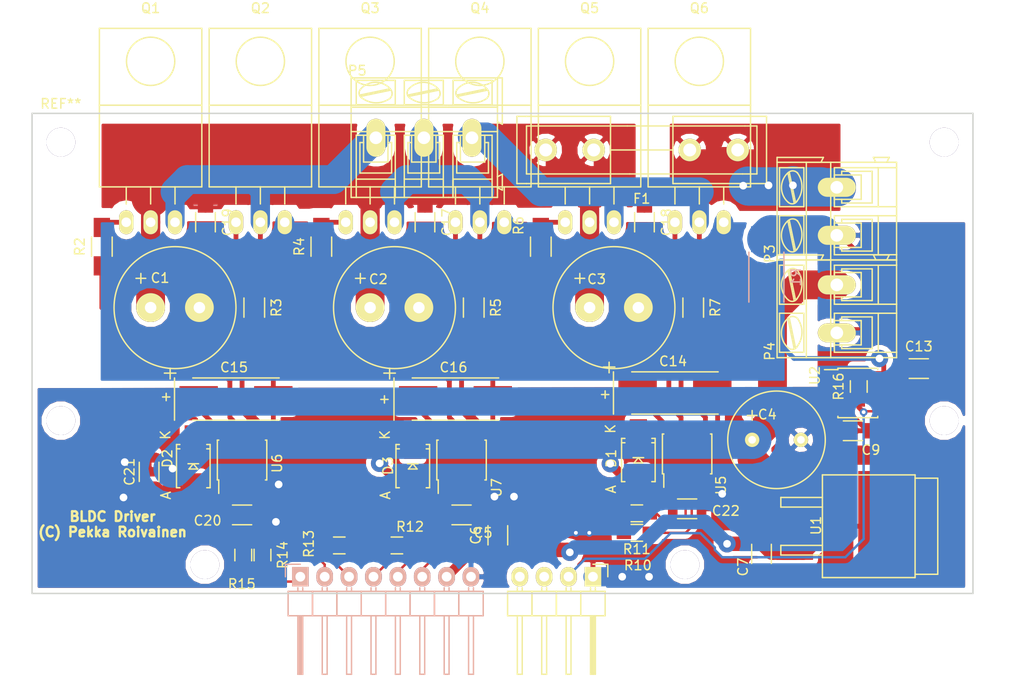
<source format=kicad_pcb>
(kicad_pcb (version 4) (host pcbnew "(2015-08-01 BZR 6032)-product")
  (layers (0 F.Cu signal) (31 B.Cu signal) (34 B.Paste user) (35 F.Paste user) (36 B.SilkS user) (37 F.SilkS user) (38 B.Mask user) (39 F.Mask user) (44 Edge.Cuts user))
  (net 0 "")
  (net 1 GND)
  (net 2 +48V)
  (net 3 +12V)
  (net 4 /MOTOR_C)
  (net 5 /MOTOR_A)
  (net 6 "Net-(C14-Pad1)")
  (net 7 /MOTOR_B)
  (net 8 "Net-(C15-Pad1)")
  (net 9 /L_C)
  (net 10 /H_C)
  (net 11 /L_B)
  (net 12 /H_B)
  (net 13 /L_A)
  (net 14 /H_A)
  (net 15 GNDPWR)
  (net 16 +5V)
  (net 17 "Net-(C16-Pad1)")
  (net 18 "Net-(Q1-Pad1)")
  (net 19 "Net-(Q2-Pad1)")
  (net 20 "Net-(Q3-Pad1)")
  (net 21 "Net-(Q4-Pad1)")
  (net 22 "Net-(Q5-Pad1)")
  (net 23 "Net-(Q6-Pad1)")
  (net 24 "Net-(R2-Pad1)")
  (net 25 "Net-(R3-Pad2)")
  (net 26 "Net-(R4-Pad1)")
  (net 27 "Net-(R5-Pad2)")
  (net 28 "Net-(R6-Pad1)")
  (net 29 "Net-(R7-Pad2)")
  (net 30 "Net-(C9-Pad1)")
  (net 31 /MEAS_BUS)
  (net 32 "Net-(P2-Pad1)")
  (net 33 "Net-(P2-Pad2)")
  (net 34 "Net-(P2-Pad3)")
  (net 35 "Net-(P2-Pad4)")
  (net 36 "Net-(P2-Pad5)")
  (net 37 "Net-(P2-Pad6)")
  (net 38 "Net-(F1-Pad1)")
  (module Mounting_Holes:MountingHole_3mm (layer F.Cu) (at 241 64)
    (fp_text reference REF** hide)
    (fp_text value MountingHole_3mm)
    (pad 1 thru_hole circle (at 0 0) (size 3 3) (drill 3) (layers))
  )
  (module Mounting_Holes:MountingHole_3mm (layer F.Cu) (at 241 93)
    (fp_text reference REF** hide)
    (fp_text value MountingHole_3mm)
    (pad 1 thru_hole circle (at 0 0) (size 3 3) (drill 3) (layers))
  )
  (module Mounting_Holes:MountingHole_3mm (layer F.Cu) (at 214 108)
    (fp_text reference REF** hide)
    (fp_text value MountingHole_3mm)
    (pad 1 thru_hole circle (at 0 0) (size 3 3) (drill 3) (layers))
  )
  (module Mounting_Holes:MountingHole_3mm (layer F.Cu) (at 164 108)
    (fp_text reference REF** hide)
    (fp_text value MountingHole_3mm)
    (pad 1 thru_hole circle (at 0 0) (size 3 3) (drill 3) (layers))
  )
  (module Mounting_Holes:MountingHole_3mm (layer F.Cu) (at 149 93)
    (fp_text reference REF** hide)
    (fp_text value MountingHole_3mm)
    (pad 1 thru_hole circle (at 0 0) (size 3 3) (drill 3) (layers))
  )
  (module Capacitors_Elko_ThroughHole:Elko_vert_25x12.5mm_RM5 (layer F.Cu) (at 158.35 81.23)
    (fp_text reference C1 (at 0.985 -3.085) (layer F.SilkS))
    (fp_text value CP)
    (fp_line (start -1.016 -3.556) (end -1.016 -2.54) (layer F.Cu) (width 0.15))
    (fp_line (start -1.524 -3.048) (end -0.508 -3.048) (layer F.Cu) (width 0.15))
    (pad 2 thru_hole circle (at 5.08 0) (size 2.99974 2.99974) (drill 1.19888) (layers *.Cu *.Mask F.SilkS) (net 15 GNDPWR))
    (pad 1 thru_hole circle (at 0 0) (size 2.99974 2.99974) (drill 1.19888) (layers *.Cu *.Mask F.SilkS) (net 2 +48V))
  )
  (module Capacitors_Elko_ThroughHole:Elko_vert_25x12.5mm_RM5 (layer F.Cu) (at 181.21 81.23)
    (fp_text reference C2 (at 0.858 -2.958) (layer F.SilkS))
    (fp_text value CP)
    (fp_line (start -1.016 -3.556) (end -1.016 -2.54) (layer F.Cu) (width 0.15))
    (fp_line (start -1.524 -3.048) (end -0.508 -3.048) (layer F.Cu) (width 0.15))
    (pad 2 thru_hole circle (at 5.08 0) (size 2.99974 2.99974) (drill 1.19888) (layers *.Cu *.Mask F.SilkS) (net 15 GNDPWR))
    (pad 1 thru_hole circle (at 0 0) (size 2.99974 2.99974) (drill 1.19888) (layers *.Cu *.Mask F.SilkS) (net 2 +48V))
  )
  (module Capacitors_Elko_ThroughHole:Elko_vert_25x12.5mm_RM5 (layer F.Cu) (at 204.07 81.23)
    (fp_text reference C3 (at 0.731 -2.958) (layer F.SilkS))
    (fp_text value CP)
    (fp_line (start -1.016 -3.556) (end -1.016 -2.54) (layer F.Cu) (width 0.15))
    (fp_line (start -1.524 -3.048) (end -0.508 -3.048) (layer F.Cu) (width 0.15))
    (pad 2 thru_hole circle (at 5.08 0) (size 2.99974 2.99974) (drill 1.19888) (layers *.Cu *.Mask F.SilkS) (net 15 GNDPWR))
    (pad 1 thru_hole circle (at 0 0) (size 2.99974 2.99974) (drill 1.19888) (layers *.Cu *.Mask F.SilkS) (net 2 +48V))
  )
  (module Capacitors_Elko_ThroughHole:Elko_vert_20x10mm_RM5 (layer F.Cu) (at 221 95)
    (fp_text reference C4 (at 1.581 -2.631) (layer F.SilkS))
    (fp_text value CP)
    (fp_line (start -0.508 -2.54) (end 0.508 -2.54) (layer F.Cu) (width 0.15))
    (fp_line (start 0 -3.048) (end 0 -2.032) (layer F.Cu) (width 0.15))
    (pad 2 thru_hole circle (at 5.08 0) (size 1.50114 1.50114) (drill 0.8001) (layers *.Cu *.Mask F.SilkS) (net 1 GND))
    (pad 1 thru_hole circle (at 0 0) (size 1.50114 1.50114) (drill 0.8001) (layers *.Cu *.Mask F.SilkS) (net 3 +12V))
  )
  (module Capacitors_SMD:C_1206 (layer F.Cu) (at 190.735 102.82)
    (fp_text reference C5 (at 2.255 1.868) (layer F.SilkS))
    (fp_text value C)
    (pad 1 smd rect (at -1.5 0) (size 1 1.6) (layers F.Cu F.Paste F.Mask) (net 3 +12V))
    (pad 2 smd rect (at 1.5 0) (size 1 1.6) (layers F.Cu F.Paste F.Mask) (net 1 GND))
  )
  (module Capacitors_SMD:C_1206 (layer F.Cu) (at 194.514 104.942 90)
    (fp_text reference C6 (at 0 -2.3 90) (layer F.SilkS))
    (fp_text value C)
    (pad 1 smd rect (at -1.5 0 90) (size 1 1.6) (layers F.Cu F.Paste F.Mask) (net 16 +5V))
    (pad 2 smd rect (at 1.5 0 90) (size 1 1.6) (layers F.Cu F.Paste F.Mask) (net 1 GND))
  )
  (module Capacitors_SMD:C_1206 (layer F.Cu) (at 221.977 106.884 270)
    (fp_text reference C7 (at 1.36 1.936 270) (layer F.SilkS))
    (fp_text value C)
    (pad 1 smd rect (at -1.5 0 270) (size 1 1.6) (layers F.Cu F.Paste F.Mask) (net 16 +5V))
    (pad 2 smd rect (at 1.5 0 270) (size 1 1.6) (layers F.Cu F.Paste F.Mask) (net 1 GND))
  )
  (module Capacitors_SMD:C_1206 (layer F.Cu) (at 231.502 94.057)
    (fp_text reference C9 (at 1.874 1.995) (layer F.SilkS))
    (fp_text value C)
    (pad 1 smd rect (at -1.5 0) (size 1 1.6) (layers F.Cu F.Paste F.Mask) (net 30 "Net-(C9-Pad1)"))
    (pad 2 smd rect (at 1.5 0) (size 1 1.6) (layers F.Cu F.Paste F.Mask) (net 1 GND))
  )
  (module Capacitors_SMD:C_1206 (layer F.Cu) (at 238.36 87.58)
    (fp_text reference C13 (at 0 -2.3) (layer F.SilkS))
    (fp_text value C)
    (pad 1 smd rect (at -1.5 0) (size 1 1.6) (layers F.Cu F.Paste F.Mask) (net 16 +5V))
    (pad 2 smd rect (at 1.5 0) (size 1 1.6) (layers F.Cu F.Paste F.Mask) (net 1 GND))
  )
  (module Capacitors_Tantalum_SMD:TantalC_SizeD_EIA-7343_HandSoldering (layer F.Cu) (at 212.96 90.12)
    (fp_text reference C14 (at -0.20066 -3.29946) (layer F.SilkS))
    (fp_text value 22u)
    (fp_text user + (at -7.27 0.09) (layer F.SilkS))
    (pad 2 smd rect (at 3.88874 0) (size 4.0005 2.70002) (layers F.Cu F.Paste F.Mask) (net 4 /MOTOR_C))
    (pad 1 smd rect (at -3.88874 0) (size 4.0005 2.70002) (layers F.Cu F.Paste F.Mask) (net 6 "Net-(C14-Pad1)"))
  )
  (module Capacitors_Tantalum_SMD:TantalC_SizeD_EIA-7343_HandSoldering (layer F.Cu) (at 167.24 90.755)
    (fp_text reference C15 (at -0.20066 -3.29946) (layer F.SilkS))
    (fp_text value 22u)
    (fp_text user + (at -7.27 -0.291) (layer F.SilkS))
    (pad 2 smd rect (at 3.88874 0) (size 4.0005 2.70002) (layers F.Cu F.Paste F.Mask) (net 5 /MOTOR_A))
    (pad 1 smd rect (at -3.88874 0) (size 4.0005 2.70002) (layers F.Cu F.Paste F.Mask) (net 8 "Net-(C15-Pad1)"))
  )
  (module Capacitors_Tantalum_SMD:TantalC_SizeD_EIA-7343_HandSoldering (layer F.Cu) (at 190.1 90.755)
    (fp_text reference C16 (at -0.20066 -3.29946) (layer F.SilkS))
    (fp_text value 22u)
    (fp_text user + (at -7.397 -0.037) (layer F.SilkS))
    (pad 2 smd rect (at 3.88874 0) (size 4.0005 2.70002) (layers F.Cu F.Paste F.Mask) (net 7 /MOTOR_B))
    (pad 1 smd rect (at -3.88874 0) (size 4.0005 2.70002) (layers F.Cu F.Paste F.Mask) (net 17 "Net-(C16-Pad1)"))
  )
  (module Diodes_SMD:SMA_Handsoldering (layer F.Cu) (at 209.15 97.105 270)
    (fp_text reference D1 (at -0.164 2.825 270) (layer F.SilkS))
    (fp_text value UF4007)
    (fp_text user K (at -3.25 2.9 270) (layer F.SilkS))
    (fp_text user A (at 3.05 2.85 270) (layer F.SilkS))
    (pad 1 smd rect (at -2.49936 0 270) (size 3.50012 1.80086) (layers F.Cu F.Paste F.Mask) (net 6 "Net-(C14-Pad1)"))
    (pad 2 smd rect (at 2.49936 0 270) (size 3.50012 1.80086) (layers F.Cu F.Paste F.Mask) (net 3 +12V))
  )
  (module Diodes_SMD:SMA_Handsoldering (layer F.Cu) (at 162.795 97.74 270)
    (fp_text reference D2 (at -0.799 2.698 270) (layer F.SilkS))
    (fp_text value UF4007)
    (fp_text user K (at -3.25 2.9 270) (layer F.SilkS))
    (fp_text user A (at 3.05 2.85 270) (layer F.SilkS))
    (pad 1 smd rect (at -2.49936 0 270) (size 3.50012 1.80086) (layers F.Cu F.Paste F.Mask) (net 8 "Net-(C15-Pad1)"))
    (pad 2 smd rect (at 2.49936 0 270) (size 3.50012 1.80086) (layers F.Cu F.Paste F.Mask) (net 3 +12V))
  )
  (module Diodes_SMD:SMA_Handsoldering (layer F.Cu) (at 185.655 97.74 270)
    (fp_text reference D3 (at -0.037 2.571 270) (layer F.SilkS))
    (fp_text value UF4007)
    (fp_text user K (at -3.25 2.9 270) (layer F.SilkS))
    (fp_text user A (at 3.05 2.85 270) (layer F.SilkS))
    (pad 1 smd rect (at -2.49936 0 270) (size 3.50012 1.80086) (layers F.Cu F.Paste F.Mask) (net 17 "Net-(C16-Pad1)"))
    (pad 2 smd rect (at 2.49936 0 270) (size 3.50012 1.80086) (layers F.Cu F.Paste F.Mask) (net 3 +12V))
  )
  (module Pin_Headers:Pin_Header_Angled_1x04 (layer F.Cu) (at 204.42 109.26 270)
    (fp_text reference P1 hide)
    (fp_text value CONN_01X04)
    (pad 1 thru_hole rect (at 0 0 270) (size 2.032 1.7272) (drill 1.016) (layers *.Cu *.Mask F.SilkS) (net 1 GND))
    (pad 2 thru_hole oval (at 0 2.54 270) (size 2.032 1.7272) (drill 1.016) (layers *.Cu *.Mask F.SilkS) (net 31 /MEAS_BUS))
    (pad 3 thru_hole oval (at 0 5.08 270) (size 2.032 1.7272) (drill 1.016) (layers *.Cu *.Mask F.SilkS))
    (pad 4 thru_hole oval (at 0 7.62 270) (size 2.032 1.7272) (drill 1.016) (layers *.Cu *.Mask F.SilkS))
  )
  (module Pin_Headers:Pin_Header_Angled_1x08 (layer B.Cu) (at 173.94 109.26 270)
    (fp_text reference P2 hide)
    (fp_text value CONN_01X08 hide)
    (pad 1 thru_hole rect (at 0 0 270) (size 2.032 1.7272) (drill 1.016) (layers *.Cu *.Mask B.SilkS) (net 32 "Net-(P2-Pad1)"))
    (pad 2 thru_hole oval (at 0 -2.54 270) (size 2.032 1.7272) (drill 1.016) (layers *.Cu *.Mask B.SilkS) (net 33 "Net-(P2-Pad2)"))
    (pad 3 thru_hole oval (at 0 -5.08 270) (size 2.032 1.7272) (drill 1.016) (layers *.Cu *.Mask B.SilkS) (net 34 "Net-(P2-Pad3)"))
    (pad 4 thru_hole oval (at 0 -7.62 270) (size 2.032 1.7272) (drill 1.016) (layers *.Cu *.Mask B.SilkS) (net 35 "Net-(P2-Pad4)"))
    (pad 5 thru_hole oval (at 0 -10.16 270) (size 2.032 1.7272) (drill 1.016) (layers *.Cu *.Mask B.SilkS) (net 36 "Net-(P2-Pad5)"))
    (pad 6 thru_hole oval (at 0 -12.7 270) (size 2.032 1.7272) (drill 1.016) (layers *.Cu *.Mask B.SilkS) (net 37 "Net-(P2-Pad6)"))
    (pad 7 thru_hole oval (at 0 -15.24 270) (size 2.032 1.7272) (drill 1.016) (layers *.Cu *.Mask B.SilkS) (net 16 +5V))
    (pad 8 thru_hole oval (at 0 -17.78 270) (size 2.032 1.7272) (drill 1.016) (layers *.Cu *.Mask B.SilkS) (net 1 GND))
  )
  (module Transistors_TO-220:TO-220_Neutral123_Horizontal (layer F.Cu) (at 158.35 72.34)
    (fp_text reference Q1 (at 0 -22.3012) (layer F.SilkS))
    (fp_text value Q_NMOS_GDS hide)
    (pad 2 thru_hole oval (at 0 0 90) (size 2.49936 1.50114) (drill 1.00076) (layers *.Cu *.Mask F.SilkS) (net 2 +48V))
    (pad 1 thru_hole oval (at -2.54 0 90) (size 2.49936 1.50114) (drill 1.00076) (layers *.Cu *.Mask F.SilkS) (net 18 "Net-(Q1-Pad1)"))
    (pad 3 thru_hole oval (at 2.54 0 90) (size 2.49936 1.50114) (drill 1.00076) (layers *.Cu *.Mask F.SilkS) (net 5 /MOTOR_A))
  )
  (module Transistors_TO-220:TO-220_Neutral123_Horizontal (layer F.Cu) (at 169.78 72.34)
    (fp_text reference Q2 (at 0 -22.3012) (layer F.SilkS))
    (fp_text value Q_NMOS_GDS hide)
    (pad 2 thru_hole oval (at 0 0 90) (size 2.49936 1.50114) (drill 1.00076) (layers *.Cu *.Mask F.SilkS) (net 5 /MOTOR_A))
    (pad 1 thru_hole oval (at -2.54 0 90) (size 2.49936 1.50114) (drill 1.00076) (layers *.Cu *.Mask F.SilkS) (net 19 "Net-(Q2-Pad1)"))
    (pad 3 thru_hole oval (at 2.54 0 90) (size 2.49936 1.50114) (drill 1.00076) (layers *.Cu *.Mask F.SilkS) (net 15 GNDPWR))
  )
  (module Transistors_TO-220:TO-220_Neutral123_Horizontal (layer F.Cu) (at 181.21 72.34)
    (fp_text reference Q3 (at 0 -22.3012) (layer F.SilkS))
    (fp_text value Q_NMOS_GDS hide)
    (pad 2 thru_hole oval (at 0 0 90) (size 2.49936 1.50114) (drill 1.00076) (layers *.Cu *.Mask F.SilkS) (net 2 +48V))
    (pad 1 thru_hole oval (at -2.54 0 90) (size 2.49936 1.50114) (drill 1.00076) (layers *.Cu *.Mask F.SilkS) (net 20 "Net-(Q3-Pad1)"))
    (pad 3 thru_hole oval (at 2.54 0 90) (size 2.49936 1.50114) (drill 1.00076) (layers *.Cu *.Mask F.SilkS) (net 7 /MOTOR_B))
  )
  (module Transistors_TO-220:TO-220_Neutral123_Horizontal (layer F.Cu) (at 192.64 72.34)
    (fp_text reference Q4 (at 0 -22.3012) (layer F.SilkS))
    (fp_text value Q_NMOS_GDS hide)
    (pad 2 thru_hole oval (at 0 0 90) (size 2.49936 1.50114) (drill 1.00076) (layers *.Cu *.Mask F.SilkS) (net 7 /MOTOR_B))
    (pad 1 thru_hole oval (at -2.54 0 90) (size 2.49936 1.50114) (drill 1.00076) (layers *.Cu *.Mask F.SilkS) (net 21 "Net-(Q4-Pad1)"))
    (pad 3 thru_hole oval (at 2.54 0 90) (size 2.49936 1.50114) (drill 1.00076) (layers *.Cu *.Mask F.SilkS) (net 15 GNDPWR))
  )
  (module Transistors_TO-220:TO-220_Neutral123_Horizontal (layer F.Cu) (at 204.07 72.34)
    (fp_text reference Q5 (at 0 -22.3012) (layer F.SilkS))
    (fp_text value Q_NMOS_GDS hide)
    (pad 2 thru_hole oval (at 0 0 90) (size 2.49936 1.50114) (drill 1.00076) (layers *.Cu *.Mask F.SilkS) (net 2 +48V))
    (pad 1 thru_hole oval (at -2.54 0 90) (size 2.49936 1.50114) (drill 1.00076) (layers *.Cu *.Mask F.SilkS) (net 22 "Net-(Q5-Pad1)"))
    (pad 3 thru_hole oval (at 2.54 0 90) (size 2.49936 1.50114) (drill 1.00076) (layers *.Cu *.Mask F.SilkS) (net 4 /MOTOR_C))
  )
  (module Transistors_TO-220:TO-220_Neutral123_Horizontal (layer F.Cu) (at 215.5 72.34)
    (fp_text reference Q6 (at 0 -22.3012) (layer F.SilkS))
    (fp_text value Q_NMOS_GDS)
    (pad 2 thru_hole oval (at 0 0 90) (size 2.49936 1.50114) (drill 1.00076) (layers *.Cu *.Mask F.SilkS) (net 4 /MOTOR_C))
    (pad 1 thru_hole oval (at -2.54 0 90) (size 2.49936 1.50114) (drill 1.00076) (layers *.Cu *.Mask F.SilkS) (net 23 "Net-(Q6-Pad1)"))
    (pad 3 thru_hole oval (at 2.54 0 90) (size 2.49936 1.50114) (drill 1.00076) (layers *.Cu *.Mask F.SilkS) (net 15 GNDPWR))
  )
  (module Resistors_SMD:R_2512_HandSoldering (layer B.Cu) (at 222.485 78.055 90)
    (fp_text reference R1 (at 0 3.1 90) (layer B.SilkS) (effects (justify mirror)))
    (fp_text value 10m)
    (pad 1 smd rect (at -3.95 0 90) (size 2.7 3.2) (layers B.Cu B.Paste B.Mask) (net 15 GNDPWR))
    (pad 2 smd rect (at 3.95 0 90) (size 2.7 3.2) (layers B.Cu B.Paste B.Mask) (net 1 GND))
  )
  (module Resistors_SMD:R_1206_HandSoldering (layer F.Cu) (at 153.27 74.88 90)
    (fp_text reference R2 (at 0 -2.3 90) (layer F.SilkS))
    (fp_text value 10)
    (pad 1 smd rect (at -2 0 90) (size 2 1.7) (layers F.Cu F.Paste F.Mask) (net 24 "Net-(R2-Pad1)"))
    (pad 2 smd rect (at 2 0 90) (size 2 1.7) (layers F.Cu F.Paste F.Mask) (net 18 "Net-(Q1-Pad1)"))
  )
  (module Resistors_SMD:R_1206_HandSoldering (layer F.Cu) (at 169.145 81.23 270)
    (fp_text reference R3 (at 0 -2.3 270) (layer F.SilkS))
    (fp_text value 10)
    (pad 1 smd rect (at -2 0 270) (size 2 1.7) (layers F.Cu F.Paste F.Mask) (net 19 "Net-(Q2-Pad1)"))
    (pad 2 smd rect (at 2 0 270) (size 2 1.7) (layers F.Cu F.Paste F.Mask) (net 25 "Net-(R3-Pad2)"))
  )
  (module Resistors_SMD:R_1206_HandSoldering (layer F.Cu) (at 176.13 74.88 90)
    (fp_text reference R4 (at 0 -2.3 90) (layer F.SilkS))
    (fp_text value 10)
    (pad 1 smd rect (at -2 0 90) (size 2 1.7) (layers F.Cu F.Paste F.Mask) (net 26 "Net-(R4-Pad1)"))
    (pad 2 smd rect (at 2 0 90) (size 2 1.7) (layers F.Cu F.Paste F.Mask) (net 20 "Net-(Q3-Pad1)"))
  )
  (module Resistors_SMD:R_1206_HandSoldering (layer F.Cu) (at 192.005 81.23 270)
    (fp_text reference R5 (at 0 -2.3 270) (layer F.SilkS))
    (fp_text value 10)
    (pad 1 smd rect (at -2 0 270) (size 2 1.7) (layers F.Cu F.Paste F.Mask) (net 21 "Net-(Q4-Pad1)"))
    (pad 2 smd rect (at 2 0 270) (size 2 1.7) (layers F.Cu F.Paste F.Mask) (net 27 "Net-(R5-Pad2)"))
  )
  (module Resistors_SMD:R_1206_HandSoldering (layer F.Cu) (at 198.99 74.88 90)
    (fp_text reference R6 (at 2.196 -2.317 90) (layer F.SilkS))
    (fp_text value 10)
    (pad 1 smd rect (at -2 0 90) (size 2 1.7) (layers F.Cu F.Paste F.Mask) (net 28 "Net-(R6-Pad1)"))
    (pad 2 smd rect (at 2 0 90) (size 2 1.7) (layers F.Cu F.Paste F.Mask) (net 22 "Net-(Q5-Pad1)"))
  )
  (module Resistors_SMD:R_1206_HandSoldering (layer F.Cu) (at 214.865 81.23 270)
    (fp_text reference R7 (at 0 -2.3 270) (layer F.SilkS))
    (fp_text value 10)
    (pad 1 smd rect (at -2 0 270) (size 2 1.7) (layers F.Cu F.Paste F.Mask) (net 23 "Net-(Q6-Pad1)"))
    (pad 2 smd rect (at 2 0 270) (size 2 1.7) (layers F.Cu F.Paste F.Mask) (net 29 "Net-(R7-Pad2)"))
  )
  (module Transistors_SMD:sot404 (layer F.Cu) (at 231 104 270)
    (fp_text reference U1 (at -0.074 3.339 270) (layer F.SilkS))
    (fp_text value 7805_NUMB)
    (pad 1 smd rect (at -2.49936 5.5499 270) (size 1.99898 3.79984) (layers F.Cu F.Paste F.Mask) (net 3 +12V))
    (pad 3 smd rect (at 2.49936 5.5499 270) (size 1.99898 3.79984) (layers F.Cu F.Paste F.Mask) (net 16 +5V))
    (pad 2 smd rect (at 0 -5.5499 270) (size 11.50112 8.99922) (layers F.Cu F.Paste F.Mask) (net 1 GND))
  )
  (module Housings_SOIC:SOIC-8_3.9x4.9mm_Pitch1.27mm (layer F.Cu) (at 232.01 90.12)
    (fp_text reference U2 (at -4.476 -1.815 90) (layer F.SilkS))
    (fp_text value INA27x)
    (pad 1 smd rect (at -2.7 -1.905) (size 1.55 0.6) (layers F.Cu F.Paste F.Mask) (net 1 GND))
    (pad 2 smd rect (at -2.7 -0.635) (size 1.55 0.6) (layers F.Cu F.Paste F.Mask) (net 1 GND))
    (pad 3 smd rect (at -2.7 0.635) (size 1.55 0.6) (layers F.Cu F.Paste F.Mask) (net 30 "Net-(C9-Pad1)"))
    (pad 4 smd rect (at -2.7 1.905) (size 1.55 0.6) (layers F.Cu F.Paste F.Mask) (net 30 "Net-(C9-Pad1)"))
    (pad 5 smd rect (at 2.7 1.905) (size 1.55 0.6) (layers F.Cu F.Paste F.Mask) (net 31 /MEAS_BUS))
    (pad 6 smd rect (at 2.7 0.635) (size 1.55 0.6) (layers F.Cu F.Paste F.Mask) (net 16 +5V))
    (pad 7 smd rect (at 2.7 -0.635) (size 1.55 0.6) (layers F.Cu F.Paste F.Mask))
    (pad 8 smd rect (at 2.7 -1.905) (size 1.55 0.6) (layers F.Cu F.Paste F.Mask) (net 15 GNDPWR))
  )
  (module Housings_SOIC:SOIC-8_3.9x4.9mm_Pitch1.27mm (layer F.Cu) (at 214.23 96.47 90)
    (fp_text reference U5 (at -3.265 3.525 90) (layer F.SilkS))
    (fp_text value IR2101)
    (pad 1 smd rect (at -2.7 -1.905 90) (size 1.55 0.6) (layers F.Cu F.Paste F.Mask) (net 3 +12V))
    (pad 2 smd rect (at -2.7 -0.635 90) (size 1.55 0.6) (layers F.Cu F.Paste F.Mask) (net 10 /H_C))
    (pad 3 smd rect (at -2.7 0.635 90) (size 1.55 0.6) (layers F.Cu F.Paste F.Mask) (net 9 /L_C))
    (pad 4 smd rect (at -2.7 1.905 90) (size 1.55 0.6) (layers F.Cu F.Paste F.Mask) (net 1 GND))
    (pad 5 smd rect (at 2.7 1.905 90) (size 1.55 0.6) (layers F.Cu F.Paste F.Mask) (net 29 "Net-(R7-Pad2)"))
    (pad 6 smd rect (at 2.7 0.635 90) (size 1.55 0.6) (layers F.Cu F.Paste F.Mask) (net 4 /MOTOR_C))
    (pad 7 smd rect (at 2.7 -0.635 90) (size 1.55 0.6) (layers F.Cu F.Paste F.Mask) (net 28 "Net-(R6-Pad1)"))
    (pad 8 smd rect (at 2.7 -1.905 90) (size 1.55 0.6) (layers F.Cu F.Paste F.Mask) (net 6 "Net-(C14-Pad1)"))
  )
  (module Housings_SOIC:SOIC-8_3.9x4.9mm_Pitch1.27mm (layer F.Cu) (at 167.875 97.105 90)
    (fp_text reference U6 (at -0.344 3.652 90) (layer F.SilkS))
    (fp_text value IR2101)
    (pad 1 smd rect (at -2.7 -1.905 90) (size 1.55 0.6) (layers F.Cu F.Paste F.Mask) (net 3 +12V))
    (pad 2 smd rect (at -2.7 -0.635 90) (size 1.55 0.6) (layers F.Cu F.Paste F.Mask) (net 14 /H_A))
    (pad 3 smd rect (at -2.7 0.635 90) (size 1.55 0.6) (layers F.Cu F.Paste F.Mask) (net 13 /L_A))
    (pad 4 smd rect (at -2.7 1.905 90) (size 1.55 0.6) (layers F.Cu F.Paste F.Mask) (net 1 GND))
    (pad 5 smd rect (at 2.7 1.905 90) (size 1.55 0.6) (layers F.Cu F.Paste F.Mask) (net 25 "Net-(R3-Pad2)"))
    (pad 6 smd rect (at 2.7 0.635 90) (size 1.55 0.6) (layers F.Cu F.Paste F.Mask) (net 5 /MOTOR_A))
    (pad 7 smd rect (at 2.7 -0.635 90) (size 1.55 0.6) (layers F.Cu F.Paste F.Mask) (net 24 "Net-(R2-Pad1)"))
    (pad 8 smd rect (at 2.7 -1.905 90) (size 1.55 0.6) (layers F.Cu F.Paste F.Mask) (net 8 "Net-(C15-Pad1)"))
  )
  (module Housings_SOIC:SOIC-8_3.9x4.9mm_Pitch1.27mm (layer F.Cu) (at 190.735 97.105 90)
    (fp_text reference U7 (at -2.884 3.652 90) (layer F.SilkS))
    (fp_text value IR2101)
    (pad 1 smd rect (at -2.7 -1.905 90) (size 1.55 0.6) (layers F.Cu F.Paste F.Mask) (net 3 +12V))
    (pad 2 smd rect (at -2.7 -0.635 90) (size 1.55 0.6) (layers F.Cu F.Paste F.Mask) (net 12 /H_B))
    (pad 3 smd rect (at -2.7 0.635 90) (size 1.55 0.6) (layers F.Cu F.Paste F.Mask) (net 11 /L_B))
    (pad 4 smd rect (at -2.7 1.905 90) (size 1.55 0.6) (layers F.Cu F.Paste F.Mask) (net 1 GND))
    (pad 5 smd rect (at 2.7 1.905 90) (size 1.55 0.6) (layers F.Cu F.Paste F.Mask) (net 27 "Net-(R5-Pad2)"))
    (pad 6 smd rect (at 2.7 0.635 90) (size 1.55 0.6) (layers F.Cu F.Paste F.Mask) (net 7 /MOTOR_B))
    (pad 7 smd rect (at 2.7 -0.635 90) (size 1.55 0.6) (layers F.Cu F.Paste F.Mask) (net 26 "Net-(R4-Pad1)"))
    (pad 8 smd rect (at 2.7 -1.905 90) (size 1.55 0.6) (layers F.Cu F.Paste F.Mask) (net 17 "Net-(C16-Pad1)"))
  )
  (module Capacitors_SMD:C_1206 (layer F.Cu) (at 186.925 72.34 270)
    (fp_text reference C17 (at 0 -2.3 270) (layer F.SilkS))
    (fp_text value C)
    (pad 1 smd rect (at -1.5 0 270) (size 1 1.6) (layers F.Cu F.Paste F.Mask) (net 2 +48V))
    (pad 2 smd rect (at 1.5 0 270) (size 1 1.6) (layers F.Cu F.Paste F.Mask) (net 15 GNDPWR))
  )
  (module Capacitors_SMD:C_1206 (layer F.Cu) (at 209.785 72.34 270)
    (fp_text reference C18 (at 0 -2.3 270) (layer F.SilkS))
    (fp_text value C)
    (pad 1 smd rect (at -1.5 0 270) (size 1 1.6) (layers F.Cu F.Paste F.Mask) (net 2 +48V))
    (pad 2 smd rect (at 1.5 0 270) (size 1 1.6) (layers F.Cu F.Paste F.Mask) (net 15 GNDPWR))
  )
  (module Capacitors_SMD:C_1206 (layer F.Cu) (at 164.065 72.34 270)
    (fp_text reference C19 (at 0 -2.3 270) (layer F.SilkS))
    (fp_text value C)
    (pad 1 smd rect (at -1.5 0 270) (size 1 1.6) (layers F.Cu F.Paste F.Mask) (net 2 +48V))
    (pad 2 smd rect (at 1.5 0 270) (size 1 1.6) (layers F.Cu F.Paste F.Mask) (net 15 GNDPWR))
  )
  (module Capacitors_SMD:C_1206 (layer F.Cu) (at 167.875 102.82)
    (fp_text reference C20 (at -3.587 0.598) (layer F.SilkS))
    (fp_text value C)
    (pad 1 smd rect (at -1.5 0) (size 1 1.6) (layers F.Cu F.Paste F.Mask) (net 3 +12V))
    (pad 2 smd rect (at 1.5 0) (size 1 1.6) (layers F.Cu F.Paste F.Mask) (net 1 GND))
  )
  (module Capacitors_SMD:C_1206 (layer F.Cu) (at 158.192 98.338 90)
    (fp_text reference C21 (at 0 -2.032 90) (layer F.SilkS))
    (fp_text value C)
    (pad 1 smd rect (at -1.5 0 90) (size 1 1.6) (layers F.Cu F.Paste F.Mask) (net 3 +12V))
    (pad 2 smd rect (at 1.5 0 90) (size 1 1.6) (layers F.Cu F.Paste F.Mask) (net 1 GND))
  )
  (module Capacitors_SMD:C_1206 (layer F.Cu) (at 214.23 102.185)
    (fp_text reference C22 (at 4.033 0.217) (layer F.SilkS))
    (fp_text value C)
    (pad 1 smd rect (at -1.5 0) (size 1 1.6) (layers F.Cu F.Paste F.Mask) (net 3 +12V))
    (pad 2 smd rect (at 1.5 0) (size 1 1.6) (layers F.Cu F.Paste F.Mask) (net 1 GND))
  )
  (module Resistors_SMD:R_0805_HandSoldering (layer F.Cu) (at 208.992 104.688 180)
    (fp_text reference R10 (at -0.103 -3.387 180) (layer F.SilkS))
    (fp_text value 150)
    (pad 1 smd rect (at -1.35 0 180) (size 1.5 1.3) (layers F.Cu F.Paste F.Mask) (net 9 /L_C))
    (pad 2 smd rect (at 1.35 0 180) (size 1.5 1.3) (layers F.Cu F.Paste F.Mask) (net 37 "Net-(P2-Pad6)"))
  )
  (module Resistors_SMD:R_0805_HandSoldering (layer F.Cu) (at 208.992 102.656 180)
    (fp_text reference R11 (at 0.008 -3.736 180) (layer F.SilkS))
    (fp_text value 150)
    (pad 1 smd rect (at -1.35 0 180) (size 1.5 1.3) (layers F.Cu F.Paste F.Mask) (net 10 /H_C))
    (pad 2 smd rect (at 1.35 0 180) (size 1.5 1.3) (layers F.Cu F.Paste F.Mask) (net 36 "Net-(P2-Pad5)"))
  )
  (module Resistors_SMD:R_0805_HandSoldering (layer F.Cu) (at 184 106 180)
    (fp_text reference R12 (at -1.37 1.947 180) (layer F.SilkS))
    (fp_text value 150)
    (pad 1 smd rect (at -1.35 0 180) (size 1.5 1.3) (layers F.Cu F.Paste F.Mask) (net 11 /L_B))
    (pad 2 smd rect (at 1.35 0 180) (size 1.5 1.3) (layers F.Cu F.Paste F.Mask) (net 35 "Net-(P2-Pad4)"))
  )
  (module Resistors_SMD:R_0805_HandSoldering (layer F.Cu) (at 178 106 180)
    (fp_text reference R13 (at 3.171 0.169 270) (layer F.SilkS))
    (fp_text value 150)
    (pad 1 smd rect (at -1.35 0 180) (size 1.5 1.3) (layers F.Cu F.Paste F.Mask) (net 12 /H_B))
    (pad 2 smd rect (at 1.35 0 180) (size 1.5 1.3) (layers F.Cu F.Paste F.Mask) (net 34 "Net-(P2-Pad3)"))
  )
  (module Resistors_SMD:R_0805_HandSoldering (layer F.Cu) (at 170 107 270)
    (fp_text reference R14 (at 0 -2.1 270) (layer F.SilkS))
    (fp_text value 150)
    (pad 1 smd rect (at -1.35 0 270) (size 1.5 1.3) (layers F.Cu F.Paste F.Mask) (net 13 /L_A))
    (pad 2 smd rect (at 1.35 0 270) (size 1.5 1.3) (layers F.Cu F.Paste F.Mask) (net 33 "Net-(P2-Pad2)"))
  )
  (module Resistors_SMD:R_0805_HandSoldering (layer F.Cu) (at 168 107 270)
    (fp_text reference R15 (at 3.022 0.156 360) (layer F.SilkS))
    (fp_text value 150)
    (pad 1 smd rect (at -1.35 0 270) (size 1.5 1.3) (layers F.Cu F.Paste F.Mask) (net 14 /H_A))
    (pad 2 smd rect (at 1.35 0 270) (size 1.5 1.3) (layers F.Cu F.Paste F.Mask) (net 32 "Net-(P2-Pad1)"))
  )
  (module Resistors_SMD:R_0805_HandSoldering (layer F.Cu) (at 232.106 89.448 90)
    (fp_text reference R16 (at 0 -2.1 90) (layer F.SilkS))
    (fp_text value NM)
    (pad 1 smd rect (at -1.35 0 90) (size 1.5 1.3) (layers F.Cu F.Paste F.Mask) (net 31 /MEAS_BUS))
    (pad 2 smd rect (at 1.35 0 90) (size 1.5 1.3) (layers F.Cu F.Paste F.Mask) (net 15 GNDPWR))
  )
  (module Fuse_Holders_and_Fuses:Fuseholder5x20_horiz_open_inline_Type-I (layer F.Cu) (at 209.5 64.81 180)
    (fp_text reference F1 (at 0 -5.08 180) (layer F.SilkS))
    (fp_text value 10A?)
    (pad 2 thru_hole circle (at 5.00126 0 180) (size 2.3495 2.3495) (drill 1.34874) (layers *.Cu *.Mask F.SilkS) (net 2 +48V))
    (pad 2 thru_hole circle (at 9.99998 0 180) (size 2.3495 2.3495) (drill 1.34874) (layers *.Cu *.Mask F.SilkS) (net 2 +48V))
    (pad 1 thru_hole circle (at -5.00126 0 180) (size 2.3495 2.3495) (drill 1.34874) (layers *.Cu *.Mask F.SilkS) (net 38 "Net-(F1-Pad1)"))
    (pad 1 thru_hole circle (at -9.99998 0 180) (size 2.3495 2.3495) (drill 1.34874) (layers *.Cu *.Mask F.SilkS) (net 38 "Net-(F1-Pad1)"))
  )
  (module Mounting_Holes:MountingHole_3mm (layer F.Cu) (at 149 64)
    (fp_text reference REF** (at 0 -4.0005) (layer F.SilkS))
    (fp_text value MountingHole_3mm)
    (pad 1 thru_hole circle (at 0 0) (size 3 3) (drill 3) (layers))
  )
  (module Connect:AK300-2 (layer F.Cu) (at 229.82 73.7 90)
    (fp_text reference P3 (at -1.92 -6.985 90) (layer F.SilkS))
    (fp_text value CONN_01X02)
    (pad 1 thru_hole oval (at 0 0 90) (size 1.9812 3.9624) (drill 1.3208) (layers *.Cu *.Mask F.SilkS) (net 1 GND))
    (pad 2 thru_hole oval (at 5 0 90) (size 1.9812 3.9624) (drill 1.3208) (layers *.Cu *.Mask F.SilkS) (net 38 "Net-(F1-Pad1)"))
  )
  (module Connect:AK300-2 (layer F.Cu) (at 229.82 83.86 90)
    (fp_text reference P4 (at -1.92 -6.985 90) (layer F.SilkS))
    (fp_text value CONN_01X02)
    (pad 1 thru_hole oval (at 0 0 90) (size 1.9812 3.9624) (drill 1.3208) (layers *.Cu *.Mask F.SilkS) (net 1 GND))
    (pad 2 thru_hole oval (at 5 0 90) (size 1.9812 3.9624) (drill 1.3208) (layers *.Cu *.Mask F.SilkS) (net 3 +12V))
  )
  (module Connect:AK300-3 (layer F.Cu) (at 181.814 63.54)
    (fp_text reference P5 (at -1.945 -6.995) (layer F.SilkS))
    (fp_text value CONN_01X03)
    (pad 1 thru_hole oval (at 0 0) (size 1.9812 3.9624) (drill 1.3208) (layers *.Cu *.Mask F.SilkS) (net 5 /MOTOR_A))
    (pad 2 thru_hole oval (at 5 0) (size 1.9812 3.9624) (drill 1.3208) (layers *.Cu *.Mask F.SilkS) (net 7 /MOTOR_B))
    (pad 3 thru_hole oval (at 10 0) (size 1.9812 3.9624) (drill 1.3208) (layers *.Cu *.Mask F.SilkS) (net 4 /MOTOR_C))
  )
  (gr_text "BLDC Driver\n(C) Pekka Roivainen" (at 154.382 103.799) (layer F.SilkS) (effects (font (size 1 1) (thickness 0.25))))
  (gr_line (start 146 111) (end 146 61) (angle 90) (layer Edge.Cuts) (width 0.15))
  (gr_line (start 244 111) (end 146 111) (angle 90) (layer Edge.Cuts) (width 0.15))
  (gr_line (start 244 61) (end 244 111) (angle 90) (layer Edge.Cuts) (width 0.15))
  (gr_line (start 146 61) (end 244 61) (angle 90) (layer Edge.Cuts) (width 0.15))
  (segment (start 228.2 83.77) (end 231.502 83.77) (width 0.5) (layer F.Cu) (net 1))
  (segment (start 231.629 83.516) (end 234.042 83.516) (width 0.5) (layer F.Cu) (net 1))
  (segment (start 231.629 83.643) (end 231.629 83.516) (width 0.5) (layer F.Cu) (net 1))
  (segment (start 231.502 83.77) (end 231.629 83.643) (width 0.5) (layer F.Cu) (net 1))
  (segment (start 228.2 73.61) (end 230.105 73.61) (width 0.5) (layer F.Cu) (net 1))
  (segment (start 230.105 73.61) (end 234.042 77.547) (width 0.5) (layer F.Cu) (net 1))
  (segment (start 234.042 77.547) (end 234.042 83.516) (width 0.5) (layer F.Cu) (net 1))
  (segment (start 204.42 109.26) (end 204.42 105.069) (width 0.25) (layer F.Cu) (net 1))
  (segment (start 202.642 104.688) (end 201.753 104.688) (width 0.25) (layer F.Cu) (net 1))
  (via (at 202.642 104.688) (size 0.8) (drill 0.4) (layers F.Cu B.Cu) (net 1))
  (segment (start 204.039 104.688) (end 202.642 104.688) (width 0.25) (layer B.Cu) (net 1))
  (via (at 204.039 104.688) (size 0.8) (drill 0.4) (layers F.Cu B.Cu) (net 1))
  (segment (start 204.42 105.069) (end 204.039 104.688) (width 0.25) (layer F.Cu) (net 1))
  (segment (start 217.755 102.021) (end 217.755 100.751) (width 0.25) (layer F.Cu) (net 1))
  (segment (start 217.591 102.185) (end 217.755 102.021) (width 0.25) (layer F.Cu) (net 1))
  (segment (start 215.73 102.185) (end 217.591 102.185) (width 0.25) (layer F.Cu) (net 1))
  (segment (start 218.136 100.37) (end 219.66 100.37) (width 0.25) (layer B.Cu) (net 1))
  (segment (start 217.882 100.624) (end 218.136 100.37) (width 0.25) (layer B.Cu) (net 1))
  (via (at 217.882 100.624) (size 1.8) (drill 0.8) (layers F.Cu B.Cu) (net 1))
  (segment (start 217.755 100.751) (end 217.882 100.624) (width 0.25) (layer F.Cu) (net 1))
  (segment (start 204.42 109.26) (end 207.468 109.26) (width 2) (layer B.Cu) (net 1))
  (via (at 207.468 109.26) (size 1.8) (drill 0.8) (layers F.Cu B.Cu) (net 1))
  (segment (start 207.468 109.26) (end 210.262 109.26) (width 2) (layer F.Cu) (net 1))
  (via (at 210.262 109.26) (size 1.8) (drill 0.8) (layers F.Cu B.Cu) (net 1))
  (segment (start 169.375 102.82) (end 170.675 102.82) (width 0.25) (layer F.Cu) (net 1))
  (segment (start 171.4 103.545) (end 172.924 103.545) (width 0.25) (layer B.Cu) (net 1))
  (via (at 171.4 103.545) (size 1.8) (drill 0.8) (layers F.Cu B.Cu) (net 1))
  (segment (start 170.675 102.82) (end 171.4 103.545) (width 0.25) (layer F.Cu) (net 1))
  (segment (start 229.31 89.485) (end 230.201 89.485) (width 0.5) (layer F.Cu) (net 1))
  (segment (start 230.709 91.764) (end 233.002 94.057) (width 0.5) (layer F.Cu) (net 1))
  (segment (start 195.585 102.82) (end 195.585 101.526) (width 1) (layer F.Cu) (net 1))
  (segment (start 193.632 101.423) (end 192.235 102.82) (width 1) (layer F.Cu) (net 1))
  (segment (start 193.656 101.423) (end 193.632 101.423) (width 1) (layer F.Cu) (net 1))
  (segment (start 194.164 100.915) (end 193.656 101.423) (width 1) (layer F.Cu) (net 1))
  (via (at 194.164 100.915) (size 1.8) (drill 0.8) (layers F.Cu B.Cu) (net 1))
  (segment (start 196.196 100.915) (end 194.164 100.915) (width 1) (layer B.Cu) (net 1))
  (via (at 196.196 100.915) (size 1.8) (drill 0.8) (layers F.Cu B.Cu) (net 1))
  (segment (start 195.585 101.526) (end 196.196 100.915) (width 1) (layer F.Cu) (net 1))
  (segment (start 158.985 96.875) (end 156.136 96.838) (width 1) (layer F.Cu) (net 1))
  (segment (start 155.525 101.005) (end 161.144 104.979) (width 1) (layer F.Cu) (net 1))
  (via (at 155.525 101.005) (size 1.8) (drill 0.8) (layers F.Cu B.Cu) (net 1))
  (segment (start 155.525 97.449) (end 155.525 101.005) (width 1) (layer B.Cu) (net 1))
  (segment (start 155.652 97.322) (end 155.525 97.449) (width 1) (layer B.Cu) (net 1))
  (via (at 155.652 97.322) (size 1.8) (drill 0.8) (layers F.Cu B.Cu) (net 1))
  (segment (start 156.136 96.838) (end 155.652 97.322) (width 1) (layer F.Cu) (net 1))
  (segment (start 169.78 99.805) (end 169.78 99.391) (width 1) (layer F.Cu) (net 1))
  (segment (start 169.78 99.391) (end 170.542 98.629) (width 1) (layer F.Cu) (net 1))
  (via (at 171.685 99.645) (size 1.8) (drill 0.8) (layers F.Cu B.Cu) (net 1))
  (segment (start 170.542 98.629) (end 171.685 99.645) (width 1) (layer F.Cu) (net 1))
  (segment (start 228.2 73.61) (end 222.98 73.61) (width 4) (layer B.Cu) (net 1))
  (segment (start 222.98 73.61) (end 222.485 74.105) (width 4) (layer B.Cu) (net 1))
  (segment (start 216.135 99.17) (end 216.135 101.78) (width 0.5) (layer F.Cu) (net 1))
  (segment (start 216.135 101.78) (end 215.73 102.185) (width 0.5) (layer F.Cu) (net 1))
  (segment (start 192.64 99.805) (end 192.64 102.415) (width 0.5) (layer F.Cu) (net 1))
  (segment (start 192.64 102.415) (end 192.235 102.82) (width 0.5) (layer F.Cu) (net 1))
  (segment (start 169.375 102.82) (end 169.375 101.955) (width 0.5) (layer F.Cu) (net 1))
  (segment (start 169.78 101.55) (end 169.78 99.805) (width 0.5) (layer F.Cu) (net 1))
  (segment (start 169.375 101.955) (end 169.78 101.55) (width 0.5) (layer F.Cu) (net 1))
  (segment (start 230.201 89.485) (end 230.492 89.485) (width 0.5) (layer F.Cu) (net 1))
  (segment (start 230.709 89.702) (end 230.709 91.764) (width 0.5) (layer F.Cu) (net 1))
  (segment (start 230.492 89.485) (end 230.709 89.702) (width 0.5) (layer F.Cu) (net 1))
  (segment (start 204.99874 65) (end 204.99874 67.60126) (width 1) (layer F.Cu) (net 2))
  (segment (start 204.99874 67.60126) (end 204.07 68.53) (width 1) (layer F.Cu) (net 2))
  (segment (start 200.00002 65) (end 200.00002 68.53) (width 1) (layer F.Cu) (net 2))
  (segment (start 199 69) (end 199 68.53) (width 1) (layer F.Cu) (net 2))
  (segment (start 199.53002 69) (end 199 69) (width 1) (layer F.Cu) (net 2))
  (segment (start 200.00002 68.53) (end 199.53002 69) (width 1) (layer F.Cu) (net 2))
  (segment (start 204.99874 67) (end 200.00002 67) (width 1) (layer F.Cu) (net 2))
  (segment (start 209.785 70.84) (end 209.785 69.785) (width 1) (layer F.Cu) (net 2))
  (segment (start 207 67) (end 204.99874 67) (width 1) (layer F.Cu) (net 2))
  (segment (start 209.785 69.785) (end 207 67) (width 1) (layer F.Cu) (net 2))
  (segment (start 186.925 70.84) (end 186.925 68.53) (width 1) (layer F.Cu) (net 2))
  (segment (start 164.065 70.84) (end 164.065 68.53) (width 1) (layer F.Cu) (net 2))
  (segment (start 164.7 69.8) (end 164.7 68.53) (width 1) (layer F.Cu) (net 2))
  (segment (start 164.7 69.165) (end 164.7 69.8) (width 1) (layer F.Cu) (net 2))
  (segment (start 164.065 68.53) (end 164.7 69.165) (width 1) (layer F.Cu) (net 2))
  (segment (start 204.07 68.53) (end 204.07 72.34) (width 2) (layer F.Cu) (net 2))
  (segment (start 181.21 68.53) (end 181.21 72.34) (width 2) (layer F.Cu) (net 2))
  (segment (start 158.35 72.34) (end 158.35 69.8) (width 2) (layer F.Cu) (net 2))
  (segment (start 158.35 69.8) (end 158.35 68.53) (width 4) (layer F.Cu) (net 2))
  (segment (start 158.35 68.53) (end 164.7 68.53) (width 4) (layer F.Cu) (net 2))
  (segment (start 164.7 68.53) (end 181.21 68.53) (width 4) (layer F.Cu) (net 2))
  (segment (start 181.21 68.53) (end 186.925 68.53) (width 4) (layer F.Cu) (net 2))
  (segment (start 186.925 68.53) (end 199 68.53) (width 4) (layer F.Cu) (net 2))
  (segment (start 199 68.53) (end 204.07 68.53) (width 4) (layer F.Cu) (net 2))
  (segment (start 204.07 72.34) (end 204.07 75.515) (width 2) (layer F.Cu) (net 2))
  (segment (start 204.07 75.515) (end 204.07 81.23) (width 3) (layer F.Cu) (net 2))
  (segment (start 181.21 72.34) (end 181.21 75.515) (width 2) (layer F.Cu) (net 2))
  (segment (start 181.21 75.515) (end 181.21 81.23) (width 3) (layer F.Cu) (net 2))
  (segment (start 158.35 81.23) (end 158.35 75.515) (width 3) (layer F.Cu) (net 2))
  (segment (start 158.35 75.515) (end 158.35 72.34) (width 2) (layer F.Cu) (net 2))
  (segment (start 223.12 92.406) (end 223.12 81.67) (width 3) (layer F.Cu) (net 3))
  (segment (start 221 95) (end 223.12 92.88) (width 3) (layer F.Cu) (net 3))
  (segment (start 223.12 92.406) (end 223.12 92.88) (width 3) (layer F.Cu) (net 3))
  (segment (start 225.93 78.86) (end 229.82 78.86) (width 3) (layer F.Cu) (net 3))
  (segment (start 223.12 81.67) (end 225.93 78.86) (width 3) (layer F.Cu) (net 3))
  (segment (start 185.655 100.23936) (end 184.98536 100.23936) (width 1) (layer F.Cu) (net 3))
  (segment (start 184.98536 100.23936) (end 182.195 97.449) (width 1) (layer F.Cu) (net 3))
  (segment (start 182.068 97.322) (end 182.068 94.985) (width 1) (layer B.Cu) (net 3))
  (segment (start 182.195 97.449) (end 182.068 97.322) (width 1) (layer B.Cu) (net 3))
  (via (at 182.195 97.449) (size 1.8) (drill 0.8) (layers F.Cu B.Cu) (net 3))
  (segment (start 182.068 94.985) (end 182.068 95.671) (width 1) (layer B.Cu) (net 3))
  (segment (start 182.068 95.671) (end 182.068 94.985) (width 1) (layer B.Cu) (net 3))
  (segment (start 206.198 94.985) (end 182.068 94.985) (width 4) (layer B.Cu) (net 3))
  (segment (start 182.068 94.985) (end 163.645 94.985) (width 4) (layer B.Cu) (net 3))
  (segment (start 163.645 94.985) (end 160.636 97.994) (width 4) (layer B.Cu) (net 3))
  (segment (start 206.229 97.486) (end 206.229 94.985) (width 1.5) (layer B.Cu) (net 3))
  (via (at 206.229 97.486) (size 1.8) (drill 0.8) (layers F.Cu B.Cu) (net 3))
  (segment (start 208.34736 99.60436) (end 206.229 97.486) (width 1) (layer F.Cu) (net 3))
  (segment (start 206.198 96.306) (end 206.198 94.985) (width 1.5) (layer B.Cu) (net 3))
  (segment (start 206.198 95.016) (end 206.198 96.306) (width 1.5) (layer B.Cu) (net 3))
  (segment (start 206.229 94.985) (end 206.198 95.016) (width 1.5) (layer B.Cu) (net 3))
  (segment (start 206.198 94.985) (end 221 94.985) (width 4) (layer B.Cu) (net 3))
  (segment (start 221 94.985) (end 221 95) (width 4) (layer B.Cu) (net 3))
  (segment (start 162.795 100.153) (end 160.636 97.994) (width 1) (layer F.Cu) (net 3))
  (via (at 160.636 97.994) (size 1.8) (drill 0.8) (layers F.Cu B.Cu) (net 3))
  (segment (start 160.636 97.994) (end 160.382 97.74) (width 1) (layer B.Cu) (net 3))
  (segment (start 162.795 100.23936) (end 162.795 100.153) (width 1) (layer F.Cu) (net 3))
  (segment (start 162.795 100.23936) (end 159.34936 100.23936) (width 1) (layer F.Cu) (net 3))
  (segment (start 159.34936 100.23936) (end 158.985 99.875) (width 1) (layer F.Cu) (net 3))
  (segment (start 185.655 100.23936) (end 184.85236 100.23936) (width 1) (layer F.Cu) (net 3))
  (segment (start 209.15 99.60436) (end 208.34736 99.60436) (width 1) (layer F.Cu) (net 3))
  (segment (start 221 95) (end 221 94.985) (width 3) (layer B.Cu) (net 3))
  (segment (start 221 95) (end 221 97.05054) (width 3) (layer F.Cu) (net 3))
  (segment (start 221 97.05054) (end 225.4501 101.50064) (width 3) (layer F.Cu) (net 3))
  (segment (start 209.82564 99.60436) (end 209.15 99.60436) (width 1) (layer F.Cu) (net 3))
  (segment (start 185.69564 100.23936) (end 185.655 100.23936) (width 1) (layer F.Cu) (net 3))
  (segment (start 162.83564 100.23936) (end 162.795 100.23936) (width 1) (layer F.Cu) (net 3))
  (segment (start 212.325 99.17) (end 212.325 101.78) (width 0.5) (layer F.Cu) (net 3))
  (segment (start 212.325 101.78) (end 212.73 102.185) (width 0.5) (layer F.Cu) (net 3))
  (segment (start 209.15 99.60436) (end 211.89064 99.60436) (width 0.5) (layer F.Cu) (net 3))
  (segment (start 211.89064 99.60436) (end 212.325 99.17) (width 0.5) (layer F.Cu) (net 3))
  (segment (start 185.655 100.23936) (end 188.39564 100.23936) (width 0.5) (layer F.Cu) (net 3))
  (segment (start 188.39564 100.23936) (end 188.83 99.805) (width 0.5) (layer F.Cu) (net 3))
  (segment (start 188.83 99.805) (end 188.83 102.415) (width 0.5) (layer F.Cu) (net 3))
  (segment (start 188.83 102.415) (end 189.235 102.82) (width 0.5) (layer F.Cu) (net 3))
  (segment (start 166.375 102.82) (end 166.375 101.955) (width 0.5) (layer F.Cu) (net 3))
  (segment (start 165.97 101.55) (end 165.97 99.805) (width 0.5) (layer F.Cu) (net 3))
  (segment (start 166.375 101.955) (end 165.97 101.55) (width 0.5) (layer F.Cu) (net 3))
  (segment (start 162.795 100.23936) (end 165.53564 100.23936) (width 0.5) (layer F.Cu) (net 3))
  (segment (start 165.53564 100.23936) (end 165.97 99.805) (width 0.5) (layer F.Cu) (net 3))
  (segment (start 206.61 72.34) (end 206.61 69.165) (width 2) (layer B.Cu) (net 4))
  (segment (start 206.61 69.165) (end 207.245 69.8) (width 1) (layer B.Cu) (net 4))
  (segment (start 207.88 69.8) (end 207.88 69.165) (width 1) (layer B.Cu) (net 4))
  (segment (start 207.245 69.8) (end 207.88 69.8) (width 1) (layer B.Cu) (net 4))
  (segment (start 215.5 72.34) (end 215.5 69.165) (width 1) (layer B.Cu) (net 4))
  (segment (start 215.5 69.165) (end 215.5 69.8) (width 1) (layer B.Cu) (net 4))
  (segment (start 191.845 63.45) (end 193.275 63.45) (width 3) (layer B.Cu) (net 4))
  (segment (start 193.275 63.45) (end 198.99 69.165) (width 3) (layer B.Cu) (net 4))
  (segment (start 198.99 69.165) (end 207.88 69.165) (width 3) (layer B.Cu) (net 4))
  (segment (start 207.88 69.165) (end 215.5 69.165) (width 3) (layer B.Cu) (net 4))
  (segment (start 215.5 69.165) (end 215.5 69.8) (width 2) (layer B.Cu) (net 4))
  (segment (start 215.5 69.8) (end 215.5 72.34) (width 2) (layer B.Cu) (net 4))
  (segment (start 216.84874 90.12) (end 216.84874 90.83374) (width 0.5) (layer F.Cu) (net 4))
  (segment (start 216.84874 90.83374) (end 217.405 91.39) (width 0.5) (layer F.Cu) (net 4))
  (segment (start 217.405 91.39) (end 217.405 94.565) (width 0.5) (layer F.Cu) (net 4))
  (segment (start 217.405 94.565) (end 216.77 95.2) (width 0.5) (layer F.Cu) (net 4))
  (segment (start 216.77 95.2) (end 215.5 95.2) (width 0.5) (layer F.Cu) (net 4))
  (segment (start 215.5 95.2) (end 214.865 94.565) (width 0.5) (layer F.Cu) (net 4))
  (segment (start 214.865 94.565) (end 214.865 93.77) (width 0.5) (layer F.Cu) (net 4))
  (segment (start 215.5 72.34) (end 215.5 75.515) (width 0.5) (layer F.Cu) (net 4))
  (segment (start 216.84874 76.86374) (end 216.84874 90.12) (width 0.5) (layer F.Cu) (net 4))
  (segment (start 215.5 75.515) (end 216.84874 76.86374) (width 0.5) (layer F.Cu) (net 4))
  (segment (start 160.89 72.34) (end 160.89 69.165) (width 2) (layer B.Cu) (net 5))
  (segment (start 160.89 69.165) (end 162.16 67.895) (width 2) (layer B.Cu) (net 5))
  (segment (start 162.16 67.895) (end 168.51 67.895) (width 2) (layer B.Cu) (net 5))
  (segment (start 168.51 67.895) (end 169.78 69.165) (width 2) (layer B.Cu) (net 5))
  (segment (start 169.78 69.165) (end 169.78 72.34) (width 2) (layer B.Cu) (net 5))
  (segment (start 160.89 69.165) (end 162.16 67.895) (width 3) (layer B.Cu) (net 5))
  (segment (start 177.4 67.895) (end 181.845 63.45) (width 3) (layer B.Cu) (net 5))
  (segment (start 162.16 67.895) (end 177.4 67.895) (width 3) (layer B.Cu) (net 5))
  (segment (start 169.78 72.34) (end 169.78 69.165) (width 2) (layer B.Cu) (net 5))
  (segment (start 171.12874 90.755) (end 171.12874 95.12126) (width 0.5) (layer F.Cu) (net 5))
  (segment (start 168.51 95.2) (end 168.51 94.405) (width 0.5) (layer F.Cu) (net 5))
  (segment (start 169.145 95.835) (end 168.51 95.2) (width 0.5) (layer F.Cu) (net 5))
  (segment (start 170.415 95.835) (end 169.145 95.835) (width 0.5) (layer F.Cu) (net 5))
  (segment (start 171.12874 95.12126) (end 170.415 95.835) (width 0.5) (layer F.Cu) (net 5))
  (segment (start 169.78 72.34) (end 169.78 75.515) (width 0.5) (layer F.Cu) (net 5))
  (segment (start 171.12874 76.86374) (end 171.12874 90.755) (width 0.5) (layer F.Cu) (net 5))
  (segment (start 169.78 75.515) (end 171.12874 76.86374) (width 0.5) (layer F.Cu) (net 5))
  (segment (start 209.15 94.60564) (end 211.48936 94.60564) (width 0.5) (layer F.Cu) (net 6))
  (segment (start 211.48936 94.60564) (end 212.325 93.77) (width 0.5) (layer F.Cu) (net 6))
  (segment (start 209.07126 90.12) (end 209.07126 90.51626) (width 0.5) (layer F.Cu) (net 6))
  (segment (start 209.07126 90.51626) (end 212.325 93.77) (width 0.5) (layer F.Cu) (net 6))
  (segment (start 186.845 63.45) (end 186.845 67.895) (width 3) (layer B.Cu) (net 7))
  (segment (start 186.845 67.895) (end 186.925 67.895) (width 3) (layer B.Cu) (net 7))
  (segment (start 183.75 69.165) (end 185.02 67.895) (width 3) (layer B.Cu) (net 7))
  (segment (start 192.64 72.34) (end 192.64 69.165) (width 2) (layer B.Cu) (net 7))
  (segment (start 183.75 69.165) (end 183.75 72.34) (width 2) (layer B.Cu) (net 7))
  (segment (start 191.37 67.895) (end 192.64 69.165) (width 3) (layer B.Cu) (net 7))
  (segment (start 185.02 67.895) (end 186.925 67.895) (width 3) (layer B.Cu) (net 7))
  (segment (start 186.925 67.895) (end 191.37 67.895) (width 3) (layer B.Cu) (net 7))
  (segment (start 193.98874 90.755) (end 193.98874 95.12126) (width 0.5) (layer F.Cu) (net 7))
  (segment (start 191.37 95.2) (end 191.37 94.405) (width 0.5) (layer F.Cu) (net 7))
  (segment (start 192.005 95.835) (end 191.37 95.2) (width 0.5) (layer F.Cu) (net 7))
  (segment (start 193.275 95.835) (end 192.005 95.835) (width 0.5) (layer F.Cu) (net 7))
  (segment (start 193.98874 95.12126) (end 193.275 95.835) (width 0.5) (layer F.Cu) (net 7))
  (segment (start 192.64 72.34) (end 192.64 76.15) (width 0.5) (layer F.Cu) (net 7))
  (segment (start 193.98874 77.49874) (end 193.98874 90.755) (width 0.5) (layer F.Cu) (net 7))
  (segment (start 192.64 76.15) (end 193.98874 77.49874) (width 0.5) (layer F.Cu) (net 7))
  (segment (start 162.795 95.24064) (end 165.13436 95.24064) (width 0.5) (layer F.Cu) (net 8))
  (segment (start 165.13436 95.24064) (end 165.97 94.405) (width 0.5) (layer F.Cu) (net 8))
  (segment (start 163.35126 90.755) (end 163.35126 91.78626) (width 0.5) (layer F.Cu) (net 8))
  (segment (start 163.35126 91.78626) (end 165.97 94.405) (width 0.5) (layer F.Cu) (net 8))
  (segment (start 210.342 104.688) (end 214.072 104.688) (width 0.25) (layer F.Cu) (net 9))
  (segment (start 214.707 104.053) (end 214.707 99.328) (width 0.25) (layer F.Cu) (net 9))
  (segment (start 214.072 104.688) (end 214.707 104.053) (width 0.25) (layer F.Cu) (net 9))
  (segment (start 214.707 99.328) (end 214.865 99.17) (width 0.25) (layer F.Cu) (net 9))
  (segment (start 210.342 102.656) (end 211.024 102.656) (width 0.25) (layer F.Cu) (net 10))
  (segment (start 211.024 102.656) (end 212.167 103.799) (width 0.25) (layer F.Cu) (net 10))
  (segment (start 212.167 103.799) (end 213.564 103.799) (width 0.25) (layer F.Cu) (net 10))
  (segment (start 213.564 103.799) (end 214.072 103.291) (width 0.25) (layer F.Cu) (net 10))
  (segment (start 214.072 103.291) (end 214.072 100.751) (width 0.25) (layer F.Cu) (net 10))
  (segment (start 214.072 100.751) (end 213.595 100.274) (width 0.25) (layer F.Cu) (net 10))
  (segment (start 213.595 100.274) (end 213.595 99.17) (width 0.25) (layer F.Cu) (net 10))
  (segment (start 190.958 104.053) (end 190.958 104.06882) (width 0.25) (layer F.Cu) (net 11))
  (segment (start 191.37 99.805) (end 191.37 100.593) (width 0.25) (layer F.Cu) (net 11))
  (segment (start 190.958 101.005) (end 190.958 104.053) (width 0.25) (layer F.Cu) (net 11))
  (segment (start 191.37 100.593) (end 190.958 101.005) (width 0.25) (layer F.Cu) (net 11))
  (segment (start 190.958 104.06882) (end 190.704 104.32282) (width 0.25) (layer F.Cu) (net 11))
  (segment (start 186.154 105.196) (end 185.35 106) (width 0.25) (layer F.Cu) (net 11))
  (segment (start 189.83082 105.196) (end 186.154 105.196) (width 0.25) (layer F.Cu) (net 11))
  (segment (start 190.71982 104.307) (end 190.704 104.32282) (width 0.25) (layer F.Cu) (net 11))
  (segment (start 190.704 104.32282) (end 189.83082 105.196) (width 0.25) (layer F.Cu) (net 11))
  (segment (start 179.35 106) (end 179.867 106) (width 0.25) (layer F.Cu) (net 12))
  (segment (start 179.867 106) (end 181.56 104.307) (width 0.25) (layer F.Cu) (net 12))
  (segment (start 181.56 104.307) (end 189.942 104.307) (width 0.25) (layer F.Cu) (net 12))
  (segment (start 189.942 104.307) (end 190.323 103.926) (width 0.25) (layer F.Cu) (net 12))
  (segment (start 190.323 103.926) (end 190.323 101.513) (width 0.25) (layer F.Cu) (net 12))
  (segment (start 190.323 101.513) (end 190.1 101.29) (width 0.25) (layer F.Cu) (net 12))
  (segment (start 190.1 101.29) (end 190.1 99.805) (width 0.25) (layer F.Cu) (net 12))
  (segment (start 168.51 99.805) (end 168.51 101.736) (width 0.25) (layer F.Cu) (net 13))
  (segment (start 168.352 103.926) (end 170 105.574) (width 0.25) (layer F.Cu) (net 13))
  (segment (start 168.352 101.894) (end 168.352 103.926) (width 0.25) (layer F.Cu) (net 13))
  (segment (start 168.51 101.736) (end 168.352 101.894) (width 0.25) (layer F.Cu) (net 13))
  (segment (start 170 105.574) (end 170 105.65) (width 0.25) (layer F.Cu) (net 13))
  (segment (start 167.24 99.805) (end 167.24 101.544) (width 0.25) (layer F.Cu) (net 14))
  (segment (start 167.336 104.986) (end 168 105.65) (width 0.25) (layer F.Cu) (net 14))
  (segment (start 167.336 101.64) (end 167.336 104.986) (width 0.25) (layer F.Cu) (net 14))
  (segment (start 167.24 101.544) (end 167.336 101.64) (width 0.25) (layer F.Cu) (net 14))
  (segment (start 232.106 88.098) (end 234.593 88.098) (width 0.5) (layer F.Cu) (net 15))
  (segment (start 234.593 88.098) (end 234.71 88.215) (width 0.5) (layer F.Cu) (net 15))
  (segment (start 222.485 82.005) (end 222.485 83.637) (width 0.5) (layer B.Cu) (net 15))
  (segment (start 234.71 86.972) (end 234.71 88.215) (width 0.5) (layer F.Cu) (net 15))
  (segment (start 234.265 86.527) (end 234.71 86.972) (width 0.5) (layer F.Cu) (net 15))
  (via (at 234.265 86.527) (size 1.8) (drill 0.8) (layers F.Cu B.Cu) (net 15))
  (segment (start 225.375 86.527) (end 234.265 86.527) (width 0.5) (layer B.Cu) (net 15))
  (segment (start 222.485 83.637) (end 225.375 86.527) (width 0.5) (layer B.Cu) (net 15))
  (segment (start 232.497 88.215) (end 232.614 88.098) (width 0.25) (layer F.Cu) (net 15))
  (segment (start 218.04 72.34) (end 218.04 75.96) (width 2) (layer B.Cu) (net 15))
  (segment (start 218.04 75.96) (end 218.04 77.56) (width 0.5) (layer B.Cu) (net 15))
  (segment (start 218.04 77.56) (end 222.485 82.005) (width 0.5) (layer B.Cu) (net 15))
  (segment (start 172.32 72.34) (end 172.32 76.01) (width 2) (layer B.Cu) (net 15))
  (segment (start 195.18 72.34) (end 195.18 76.01) (width 2) (layer B.Cu) (net 15))
  (segment (start 214.58 103.545) (end 216.104 103.545) (width 1.5) (layer B.Cu) (net 16))
  (segment (start 221.977 105.384) (end 221.53 105.831) (width 1.5) (layer F.Cu) (net 16))
  (segment (start 201.753 106.466) (end 202.007 106.72) (width 1.5) (layer F.Cu) (net 16))
  (via (at 202.007 106.72) (size 1.8) (drill 0.8) (layers F.Cu B.Cu) (net 16))
  (segment (start 202.007 106.72) (end 202.515 106.212) (width 1.5) (layer B.Cu) (net 16))
  (segment (start 202.515 106.212) (end 209.246 106.212) (width 1.5) (layer B.Cu) (net 16))
  (segment (start 209.246 106.212) (end 211.913 103.545) (width 1.5) (layer B.Cu) (net 16))
  (segment (start 211.913 103.545) (end 214.58 103.545) (width 1.5) (layer B.Cu) (net 16))
  (segment (start 201.118 106.466) (end 197.054 106.466) (width 1.5) (layer F.Cu) (net 16))
  (segment (start 201.118 106.466) (end 201.753 106.466) (width 1.5) (layer F.Cu) (net 16))
  (segment (start 218.39 105.831) (end 221.53 105.831) (width 1.5) (layer F.Cu) (net 16))
  (segment (start 218.39 105.831) (end 218.39 105.831) (width 1.5) (layer F.Cu) (net 16))
  (via (at 218.39 105.831) (size 1.8) (drill 0.8) (layers F.Cu B.Cu) (net 16))
  (segment (start 216.104 103.545) (end 218.39 105.831) (width 1.5) (layer B.Cu) (net 16))
  (segment (start 194.514 106.442) (end 197.03 106.442) (width 0.25) (layer F.Cu) (net 16))
  (segment (start 197.03 106.442) (end 197.054 106.466) (width 0.25) (layer F.Cu) (net 16))
  (segment (start 189.18 109.26) (end 190.704 107.736) (width 1) (layer F.Cu) (net 16))
  (segment (start 197.054 106.466) (end 192.228 106.466) (width 1.5) (layer F.Cu) (net 16))
  (segment (start 190.704 107.736) (end 191.974 106.466) (width 1) (layer F.Cu) (net 16))
  (segment (start 191.974 106.466) (end 192.228 106.466) (width 1) (layer F.Cu) (net 16))
  (segment (start 225.4501 106.49936) (end 223.09236 106.49936) (width 2) (layer F.Cu) (net 16))
  (segment (start 223.09236 106.49936) (end 221.977 105.384) (width 2) (layer F.Cu) (net 16))
  (segment (start 225.4501 106.49936) (end 224.25936 106.49936) (width 2) (layer F.Cu) (net 16))
  (segment (start 234.71 90.755) (end 236.074 90.755) (width 0.5) (layer F.Cu) (net 16))
  (segment (start 236.074 90.755) (end 236.455 90.374) (width 0.5) (layer F.Cu) (net 16))
  (segment (start 237.344 95.454) (end 237.344 93.93) (width 1) (layer F.Cu) (net 16))
  (segment (start 236.455 93.041) (end 236.455 90.374) (width 1) (layer F.Cu) (net 16))
  (segment (start 236.455 90.374) (end 236.455 87.175) (width 1) (layer F.Cu) (net 16))
  (segment (start 237.344 93.93) (end 236.455 93.041) (width 1) (layer F.Cu) (net 16))
  (segment (start 225.4501 106.49936) (end 226.29864 106.49936) (width 2) (layer F.Cu) (net 16))
  (segment (start 226.29864 106.49936) (end 229.851 102.947) (width 2) (layer F.Cu) (net 16))
  (segment (start 229.851 102.947) (end 229.851 97.994) (width 2) (layer F.Cu) (net 16))
  (segment (start 229.851 97.994) (end 231.248 96.597) (width 2) (layer F.Cu) (net 16))
  (segment (start 231.248 96.597) (end 236.201 96.597) (width 2) (layer F.Cu) (net 16))
  (segment (start 236.201 96.597) (end 237.344 95.454) (width 2) (layer F.Cu) (net 16))
  (segment (start 237.344 95.454) (end 237.344 95.2) (width 2) (layer F.Cu) (net 16))
  (segment (start 185.655 95.24064) (end 187.99436 95.24064) (width 0.5) (layer F.Cu) (net 17))
  (segment (start 187.99436 95.24064) (end 188.83 94.405) (width 0.5) (layer F.Cu) (net 17))
  (segment (start 186.21126 90.755) (end 186.21126 91.78626) (width 0.5) (layer F.Cu) (net 17))
  (segment (start 186.21126 91.78626) (end 188.83 94.405) (width 0.5) (layer F.Cu) (net 17))
  (segment (start 155.81 72.34) (end 153.81 72.34) (width 0.5) (layer F.Cu) (net 18))
  (segment (start 153.81 72.34) (end 153.27 72.88) (width 0.5) (layer F.Cu) (net 18))
  (segment (start 167.24 72.34) (end 167.24 77.325) (width 0.5) (layer F.Cu) (net 19))
  (segment (start 167.24 77.325) (end 169.145 79.23) (width 0.5) (layer F.Cu) (net 19))
  (segment (start 178.67 72.34) (end 176.67 72.34) (width 0.5) (layer F.Cu) (net 20))
  (segment (start 176.67 72.34) (end 176.13 72.88) (width 0.5) (layer F.Cu) (net 20))
  (segment (start 190.1 72.34) (end 190.1 77.325) (width 0.5) (layer F.Cu) (net 21))
  (segment (start 190.1 77.325) (end 192.005 79.23) (width 0.5) (layer F.Cu) (net 21))
  (segment (start 201.53 72.34) (end 199.53 72.34) (width 0.5) (layer F.Cu) (net 22))
  (segment (start 199.53 72.34) (end 198.99 72.88) (width 0.5) (layer F.Cu) (net 22))
  (segment (start 212.96 72.34) (end 212.96 77.325) (width 0.5) (layer F.Cu) (net 23))
  (segment (start 212.96 77.325) (end 214.865 79.23) (width 0.5) (layer F.Cu) (net 23))
  (segment (start 167.24 94.405) (end 167.24 93.295) (width 0.5) (layer F.Cu) (net 24))
  (segment (start 153.27 81.23) (end 153.27 76.88) (width 0.5) (layer F.Cu) (net 24))
  (segment (start 159.62 87.58) (end 153.27 81.23) (width 0.5) (layer F.Cu) (net 24))
  (segment (start 165.335 87.58) (end 159.62 87.58) (width 0.5) (layer F.Cu) (net 24))
  (segment (start 166.605 88.85) (end 165.335 87.58) (width 0.5) (layer F.Cu) (net 24))
  (segment (start 166.605 92.66) (end 166.605 88.85) (width 0.5) (layer F.Cu) (net 24))
  (segment (start 167.24 93.295) (end 166.605 92.66) (width 0.5) (layer F.Cu) (net 24))
  (segment (start 169.78 94.405) (end 169.78 93.295) (width 0.5) (layer F.Cu) (net 25))
  (segment (start 167.875 84.5) (end 169.145 83.23) (width 0.5) (layer F.Cu) (net 25))
  (segment (start 167.875 92.025) (end 167.875 84.5) (width 0.5) (layer F.Cu) (net 25))
  (segment (start 168.51 92.66) (end 167.875 92.025) (width 0.5) (layer F.Cu) (net 25))
  (segment (start 169.145 92.66) (end 168.51 92.66) (width 0.5) (layer F.Cu) (net 25))
  (segment (start 169.78 93.295) (end 169.145 92.66) (width 0.5) (layer F.Cu) (net 25))
  (segment (start 190.1 94.405) (end 190.1 93.295) (width 0.5) (layer F.Cu) (net 26))
  (segment (start 176.13 81.865) (end 176.13 76.88) (width 0.5) (layer F.Cu) (net 26))
  (segment (start 181.845 87.58) (end 176.13 81.865) (width 0.5) (layer F.Cu) (net 26))
  (segment (start 188.195 87.58) (end 181.845 87.58) (width 0.5) (layer F.Cu) (net 26))
  (segment (start 189.465 88.85) (end 188.195 87.58) (width 0.5) (layer F.Cu) (net 26))
  (segment (start 189.465 92.66) (end 189.465 88.85) (width 0.5) (layer F.Cu) (net 26))
  (segment (start 190.1 93.295) (end 189.465 92.66) (width 0.5) (layer F.Cu) (net 26))
  (segment (start 192.64 94.405) (end 192.64 93.295) (width 0.5) (layer F.Cu) (net 27))
  (segment (start 190.735 84.5) (end 192.005 83.23) (width 0.5) (layer F.Cu) (net 27))
  (segment (start 190.735 92.025) (end 190.735 84.5) (width 0.5) (layer F.Cu) (net 27))
  (segment (start 191.37 92.66) (end 190.735 92.025) (width 0.5) (layer F.Cu) (net 27))
  (segment (start 192.005 92.66) (end 191.37 92.66) (width 0.5) (layer F.Cu) (net 27))
  (segment (start 192.64 93.295) (end 192.005 92.66) (width 0.5) (layer F.Cu) (net 27))
  (segment (start 213.595 93.77) (end 213.595 92.66) (width 0.5) (layer F.Cu) (net 28))
  (segment (start 198.99 81.575) (end 198.99 76.88) (width 0.5) (layer F.Cu) (net 28))
  (segment (start 204.36 86.945) (end 198.99 81.575) (width 0.5) (layer F.Cu) (net 28))
  (segment (start 211.055 86.945) (end 204.36 86.945) (width 0.5) (layer F.Cu) (net 28))
  (segment (start 212.325 88.215) (end 211.055 86.945) (width 0.5) (layer F.Cu) (net 28))
  (segment (start 212.325 91.39) (end 212.325 88.215) (width 0.5) (layer F.Cu) (net 28))
  (segment (start 213.595 92.66) (end 212.325 91.39) (width 0.5) (layer F.Cu) (net 28))
  (segment (start 216.135 93.77) (end 216.135 92.66) (width 0.5) (layer F.Cu) (net 29))
  (segment (start 213.595 84.5) (end 214.865 83.23) (width 0.5) (layer F.Cu) (net 29))
  (segment (start 213.595 91.39) (end 213.595 84.5) (width 0.5) (layer F.Cu) (net 29))
  (segment (start 214.23 92.025) (end 213.595 91.39) (width 0.5) (layer F.Cu) (net 29))
  (segment (start 215.5 92.025) (end 214.23 92.025) (width 0.5) (layer F.Cu) (net 29))
  (segment (start 216.135 92.66) (end 215.5 92.025) (width 0.5) (layer F.Cu) (net 29))
  (segment (start 229.31 92.025) (end 229.31 93.365) (width 0.5) (layer F.Cu) (net 30))
  (segment (start 229.31 93.365) (end 230.002 94.057) (width 0.5) (layer F.Cu) (net 30))
  (segment (start 229.31 90.755) (end 229.31 92.025) (width 0.5) (layer F.Cu) (net 30))
  (segment (start 201.88 109.26) (end 201.88 109.133) (width 0.25) (layer B.Cu) (net 31))
  (segment (start 201.88 109.133) (end 203.625998 107.387002) (width 0.25) (layer B.Cu) (net 31))
  (segment (start 232.106 91.607) (end 232.106 90.798) (width 0.25) (layer F.Cu) (net 31))
  (segment (start 232.614 92.115) (end 232.106 91.607) (width 0.25) (layer F.Cu) (net 31))
  (via (at 232.614 92.115) (size 0.8) (drill 0.4) (layers F.Cu B.Cu) (net 31))
  (segment (start 232.614 105.323) (end 232.614 92.115) (width 0.25) (layer B.Cu) (net 31))
  (segment (start 230.709 107.228) (end 232.614 105.323) (width 0.25) (layer B.Cu) (net 31))
  (segment (start 217.882 107.228) (end 230.709 107.228) (width 0.25) (layer B.Cu) (net 31))
  (segment (start 217.12 106.466) (end 217.882 107.228) (width 0.25) (layer B.Cu) (net 31))
  (segment (start 217.12 106.222704) (end 217.12 106.466) (width 0.25) (layer B.Cu) (net 31))
  (segment (start 215.617298 104.720002) (end 217.12 106.222704) (width 0.25) (layer B.Cu) (net 31))
  (segment (start 212.515998 104.720002) (end 215.617298 104.720002) (width 0.25) (layer B.Cu) (net 31))
  (segment (start 209.848998 107.387002) (end 212.515998 104.720002) (width 0.25) (layer B.Cu) (net 31))
  (segment (start 203.625998 107.387002) (end 209.848998 107.387002) (width 0.25) (layer B.Cu) (net 31))
  (segment (start 201.88 109.26) (end 201.88 109.006) (width 0.25) (layer B.Cu) (net 31))
  (segment (start 201.88 109.26) (end 201.88 108.879) (width 0.25) (layer F.Cu) (net 31))
  (segment (start 232.106 90.798) (end 232.106 91.613) (width 0.5) (layer F.Cu) (net 31))
  (segment (start 232.772 92.025) (end 234.71 92.025) (width 0.25) (layer F.Cu) (net 31))
  (segment (start 232.645 92.152) (end 232.772 92.025) (width 0.25) (layer F.Cu) (net 31))
  (segment (start 232.106 91.613) (end 232.645 92.152) (width 0.5) (layer F.Cu) (net 31))
  (segment (start 232.645 90.829) (end 232.614 90.798) (width 0.25) (layer F.Cu) (net 31))
  (segment (start 168 108.35) (end 168 109.416) (width 0.25) (layer F.Cu) (net 32))
  (segment (start 168.352 109.768) (end 173.432 109.768) (width 0.25) (layer F.Cu) (net 32))
  (segment (start 168 109.416) (end 168.352 109.768) (width 0.25) (layer F.Cu) (net 32))
  (segment (start 173.432 109.768) (end 173.94 109.26) (width 0.25) (layer F.Cu) (net 32))
  (segment (start 173.59 108.916) (end 173.463 109.043) (width 0.25) (layer F.Cu) (net 32))
  (segment (start 170 108.35) (end 170.532 108.35) (width 0.25) (layer F.Cu) (net 33))
  (segment (start 170.532 108.35) (end 171.4 107.482) (width 0.25) (layer F.Cu) (net 33))
  (segment (start 176.48 107.99) (end 176.48 109.26) (width 0.25) (layer F.Cu) (net 33))
  (segment (start 175.972 107.482) (end 176.48 107.99) (width 0.25) (layer F.Cu) (net 33))
  (segment (start 171.4 107.482) (end 175.972 107.482) (width 0.25) (layer F.Cu) (net 33))
  (segment (start 170 108.35) (end 170 107.993) (width 0.25) (layer F.Cu) (net 33))
  (segment (start 176.13 108.916) (end 176.003 109.043) (width 0.25) (layer F.Cu) (net 33))
  (segment (start 176.65 106) (end 176.65 106.89) (width 0.25) (layer F.Cu) (net 34))
  (segment (start 176.65 106.89) (end 179.02 109.26) (width 0.25) (layer F.Cu) (net 34))
  (segment (start 178.67 108.916) (end 178.543 109.043) (width 0.25) (layer F.Cu) (net 34))
  (segment (start 182.65 106) (end 182.65 108.17) (width 0.25) (layer F.Cu) (net 35))
  (segment (start 182.65 108.17) (end 181.56 109.26) (width 0.25) (layer F.Cu) (net 35))
  (segment (start 181.21 108.916) (end 181.083 109.043) (width 0.25) (layer F.Cu) (net 35))
  (segment (start 197.742 102.73) (end 207.568 102.73) (width 0.25) (layer F.Cu) (net 36))
  (segment (start 197.742 102.73) (end 196.038 104.434) (width 0.25) (layer F.Cu) (net 36))
  (segment (start 196.038 104.434) (end 191.466 104.434) (width 0.25) (layer F.Cu) (net 36))
  (segment (start 191.466 104.434) (end 190.958 104.942) (width 0.25) (layer F.Cu) (net 36))
  (segment (start 184.1 108.752) (end 185.624 107.228) (width 0.25) (layer F.Cu) (net 36))
  (segment (start 186.64 107.228) (end 187.91 105.958) (width 0.25) (layer F.Cu) (net 36))
  (segment (start 185.624 107.228) (end 186.64 107.228) (width 0.25) (layer F.Cu) (net 36))
  (segment (start 189.942 105.958) (end 187.91 105.958) (width 0.25) (layer F.Cu) (net 36))
  (segment (start 190.958 104.942) (end 189.942 105.958) (width 0.25) (layer F.Cu) (net 36))
  (segment (start 207.568 102.73) (end 207.642 102.656) (width 0.25) (layer F.Cu) (net 36))
  (segment (start 184.1 109.26) (end 184.1 108.752) (width 0.25) (layer F.Cu) (net 36))
  (segment (start 183.75 108.916) (end 183.623 109.043) (width 0.25) (layer F.Cu) (net 36))
  (segment (start 207.388 104.942) (end 207.214 104.942) (width 0.25) (layer F.Cu) (net 37))
  (segment (start 207.214 104.942) (end 205.944 103.672) (width 0.25) (layer F.Cu) (net 37))
  (segment (start 205.944 103.672) (end 197.943 103.672) (width 0.25) (layer F.Cu) (net 37))
  (segment (start 197.943 103.672) (end 196.419 105.196) (width 0.25) (layer F.Cu) (net 37))
  (segment (start 196.419 105.196) (end 191.72 105.196) (width 0.25) (layer F.Cu) (net 37))
  (segment (start 190.196 106.72) (end 191.72 105.196) (width 0.25) (layer F.Cu) (net 37))
  (segment (start 188.418 106.72) (end 190.196 106.72) (width 0.25) (layer F.Cu) (net 37))
  (segment (start 188.418 106.72) (end 186.64 108.498) (width 0.25) (layer F.Cu) (net 37))
  (segment (start 207.388 104.942) (end 207.642 104.688) (width 0.25) (layer F.Cu) (net 37))
  (segment (start 207.134 105.196) (end 207.642 104.688) (width 0.25) (layer F.Cu) (net 37))
  (segment (start 186.64 109.26) (end 186.64 108.498) (width 0.25) (layer F.Cu) (net 37))
  (segment (start 186.163 109.043) (end 186.476 109.043) (width 0.25) (layer F.Cu) (net 37))
  (segment (start 229.82 68.7) (end 228.29 68.7) (width 4) (layer F.Cu) (net 38))
  (segment (start 228.29 68.7) (end 226.59 67) (width 4) (layer F.Cu) (net 38))
  (segment (start 229.82 68.7) (end 225.455 68.7) (width 4) (layer B.Cu) (net 38))
  (segment (start 225.455 68.7) (end 225.248 68.493) (width 4) (layer B.Cu) (net 38))
  (segment (start 219.99998 65) (end 218 65) (width 1) (layer F.Cu) (net 38))
  (segment (start 218 65) (end 216 67) (width 1) (layer F.Cu) (net 38))
  (segment (start 215.00126 65) (end 215.00126 67) (width 1) (layer F.Cu) (net 38))
  (segment (start 215.00126 67) (end 216 67) (width 1) (layer F.Cu) (net 38))
  (segment (start 215.00126 67) (end 216 67) (width 4.5) (layer F.Cu) (net 38))
  (segment (start 216 67) (end 219.99998 67) (width 4.5) (layer F.Cu) (net 38))
  (segment (start 219.99998 67) (end 226.59 67) (width 4.5) (layer F.Cu) (net 38))
  (segment (start 226.59 67) (end 228.2 68.61) (width 4.5) (layer F.Cu) (net 38))
  (segment (start 222.708 68.493) (end 225.041 68.7) (width 1) (layer F.Cu) (net 38))
  (segment (start 225.455 68.7) (end 228.2 68.61) (width 1) (layer B.Cu) (net 38))
  (segment (start 225.248 68.493) (end 225.455 68.7) (width 1) (layer B.Cu) (net 38))
  (via (at 225.248 68.493) (size 1.8) (drill 0.8) (layers F.Cu B.Cu) (net 38))
  (segment (start 225.041 68.7) (end 225.248 68.493) (width 1) (layer F.Cu) (net 38))
  (segment (start 220.072 68.53) (end 222.628 68.413) (width 1) (layer B.Cu) (net 38))
  (segment (start 222.708 68.493) (end 224.74 68.7) (width 1) (layer F.Cu) (net 38))
  (via (at 222.708 68.493) (size 1.8) (drill 0.8) (layers F.Cu B.Cu) (net 38))
  (segment (start 222.628 68.413) (end 222.708 68.493) (width 1) (layer B.Cu) (net 38))
  (segment (start 224.74 68.7) (end 224.74 68.493) (width 1) (layer F.Cu) (net 38))
  (segment (start 224.74 68.493) (end 224.74 68.7) (width 1) (layer F.Cu) (net 38))
  (segment (start 228.2 68.61) (end 224.74 68.7) (width 1) (layer F.Cu) (net 38))
  (segment (start 224.74 68.7) (end 220.152 68.61) (width 1) (layer F.Cu) (net 38))
  (segment (start 220.152 68.61) (end 220.072 68.53) (width 1) (layer F.Cu) (net 38))
  (via (at 220.072 68.53) (size 1.8) (drill 0.8) (layers F.Cu B.Cu) (net 38))
  (segment (start 220.072 68.53) (end 220.152 68.61) (width 1) (layer B.Cu) (net 38))
  (segment (start 228.2 68.61) (end 220.66 68.61) (width 4) (layer B.Cu) (net 38))
  (segment (start 220.66 68.61) (end 220.58 68.53) (width 4) (layer B.Cu) (net 38))
  (zone (net 15) (net_name GNDPWR) (layer F.Cu) (connect_pads (clearance 0.508)) (min_thickness 0.254) (fill yes (arc_segments 16) (thermal_gap 0.508) (thermal_bridge_width 0.508))
    (polygon (pts (xy 153.4 72.213) (xy 153.4 88.723) (xy 221.85 88.85) (xy 221.85 72.34)))
  )
  (zone (net 15) (net_name GNDPWR) (layer B.Cu) (connect_pads (clearance 0.508)) (min_thickness 0.254) (fill yes (arc_segments 16) (thermal_gap 0.508) (thermal_bridge_width 0.508))
    (polygon (pts (xy 153.15 72.34) (xy 153.15 88.85) (xy 224.39 88.85) (xy 224.39 72.34)))
  )
  (zone (net 1) (net_name GND) (layer F.Cu) (connect_pads (clearance 0.508)) (min_thickness 0.254) (fill yes (arc_segments 16) (thermal_gap 0.508) (thermal_bridge_width 0.508))
    (polygon (pts (xy 146.031 89.612) (xy 146.031 110.44) (xy 243.186 110.313) (xy 243.186 72.34) (xy 227.819 72.34) (xy 227.819 89.485)))
  )
  (zone (net 1) (net_name GND) (layer B.Cu) (connect_pads (clearance 0.508)) (min_thickness 0.254) (fill yes (arc_segments 16) (thermal_gap 0.508) (thermal_bridge_width 0.508))
    (polygon (pts (xy 243.186 72.34) (xy 227.819 72.34) (xy 227.819 89.485) (xy 146.031 89.612) (xy 146.031 111.202) (xy 243.186 111.329)))
  )
  (zone (net 2) (net_name +48V) (layer F.Cu) (connect_pads (clearance 1)) (min_thickness 0.254) (fill yes (arc_segments 16) (thermal_gap 0.508) (thermal_bridge_width 0.508))
    (polygon (pts (xy 153.239 61.508) (xy 153.239 71.033) (xy 208.865 70.779) (xy 208.865 59.857) (xy 153.239 59.857)))
  )
  (zone (net 38) (net_name "Net-(F1-Pad1)") (layer F.Cu) (connect_pads (clearance 1)) (min_thickness 0.254) (fill yes (arc_segments 16) (thermal_gap 0.508) (thermal_bridge_width 0.508))
    (polygon (pts (xy 212.421 59.857) (xy 212.421 71.16) (xy 230.201 71.16) (xy 230.201 59.857)))
  )
)
</source>
